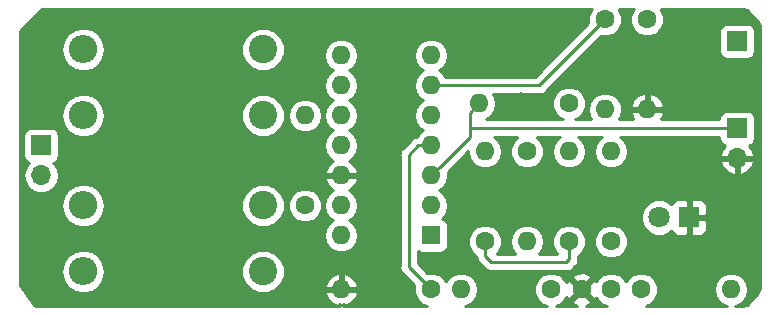
<source format=gbl>
G04 #@! TF.GenerationSoftware,KiCad,Pcbnew,5.0.2-bee76a0~70~ubuntu18.04.1*
G04 #@! TF.CreationDate,2019-03-23T13:43:10-04:00*
G04 #@! TF.ProjectId,linemonitor,6c696e65-6d6f-46e6-9974-6f722e6b6963,rev?*
G04 #@! TF.SameCoordinates,Original*
G04 #@! TF.FileFunction,Copper,L2,Bot*
G04 #@! TF.FilePolarity,Positive*
%FSLAX46Y46*%
G04 Gerber Fmt 4.6, Leading zero omitted, Abs format (unit mm)*
G04 Created by KiCad (PCBNEW 5.0.2-bee76a0~70~ubuntu18.04.1) date Sat 23 Mar 2019 01:43:10 PM EDT*
%MOMM*%
%LPD*%
G01*
G04 APERTURE LIST*
G04 #@! TA.AperFunction,ComponentPad*
%ADD10C,1.600000*%
G04 #@! TD*
G04 #@! TA.AperFunction,ComponentPad*
%ADD11C,2.400000*%
G04 #@! TD*
G04 #@! TA.AperFunction,ComponentPad*
%ADD12O,2.400000X2.400000*%
G04 #@! TD*
G04 #@! TA.AperFunction,ComponentPad*
%ADD13O,1.600000X1.600000*%
G04 #@! TD*
G04 #@! TA.AperFunction,ComponentPad*
%ADD14R,1.600000X1.600000*%
G04 #@! TD*
G04 #@! TA.AperFunction,ComponentPad*
%ADD15R,1.800000X1.800000*%
G04 #@! TD*
G04 #@! TA.AperFunction,ComponentPad*
%ADD16C,1.800000*%
G04 #@! TD*
G04 #@! TA.AperFunction,ComponentPad*
%ADD17R,1.700000X1.700000*%
G04 #@! TD*
G04 #@! TA.AperFunction,ComponentPad*
%ADD18O,1.700000X1.700000*%
G04 #@! TD*
G04 #@! TA.AperFunction,ViaPad*
%ADD19C,0.800000*%
G04 #@! TD*
G04 #@! TA.AperFunction,Conductor*
%ADD20C,0.250000*%
G04 #@! TD*
G04 #@! TA.AperFunction,Conductor*
%ADD21C,0.254000*%
G04 #@! TD*
G04 APERTURE END LIST*
D10*
G04 #@! TO.P,C1,1*
G04 #@! TO.N,Net-(C1-Pad1)*
X116840000Y-110236000D03*
G04 #@! TO.P,C1,2*
G04 #@! TO.N,GNDREF*
X114340000Y-110236000D03*
G04 #@! TD*
D11*
G04 #@! TO.P,R1,1*
G04 #@! TO.N,Net-(R1-Pad1)*
X87376000Y-108712000D03*
D12*
G04 #@! TO.P,R1,2*
G04 #@! TO.N,Net-(J1-Pad2)*
X72136000Y-108712000D03*
G04 #@! TD*
G04 #@! TO.P,R2,2*
G04 #@! TO.N,Net-(R1-Pad1)*
X72136000Y-103124000D03*
D11*
G04 #@! TO.P,R2,1*
G04 #@! TO.N,Net-(R2-Pad1)*
X87376000Y-103124000D03*
G04 #@! TD*
G04 #@! TO.P,R3,1*
G04 #@! TO.N,Net-(R3-Pad1)*
X87376000Y-89916000D03*
D12*
G04 #@! TO.P,R3,2*
G04 #@! TO.N,Net-(J1-Pad1)*
X72136000Y-89916000D03*
G04 #@! TD*
G04 #@! TO.P,R4,2*
G04 #@! TO.N,Net-(R3-Pad1)*
X72136000Y-95504000D03*
D11*
G04 #@! TO.P,R4,1*
G04 #@! TO.N,Net-(R4-Pad1)*
X87376000Y-95504000D03*
G04 #@! TD*
D10*
G04 #@! TO.P,R5,1*
G04 #@! TO.N,Net-(R2-Pad1)*
X90932000Y-103124000D03*
D13*
G04 #@! TO.P,R5,2*
G04 #@! TO.N,Net-(R4-Pad1)*
X90932000Y-95504000D03*
G04 #@! TD*
G04 #@! TO.P,R6,2*
G04 #@! TO.N,Net-(R6-Pad2)*
X106172000Y-98552000D03*
D10*
G04 #@! TO.P,R6,1*
G04 #@! TO.N,Net-(C1-Pad1)*
X106172000Y-106172000D03*
G04 #@! TD*
G04 #@! TO.P,R7,1*
G04 #@! TO.N,Net-(R7-Pad1)*
X119888000Y-87376000D03*
D13*
G04 #@! TO.P,R7,2*
G04 #@! TO.N,GNDREF*
X119888000Y-94996000D03*
G04 #@! TD*
G04 #@! TO.P,R8,2*
G04 #@! TO.N,Net-(R11-Pad1)*
X109728000Y-106172000D03*
D10*
G04 #@! TO.P,R8,1*
G04 #@! TO.N,Net-(R6-Pad2)*
X109728000Y-98552000D03*
G04 #@! TD*
G04 #@! TO.P,R9,1*
G04 #@! TO.N,Net-(R7-Pad1)*
X116332000Y-87376000D03*
D13*
G04 #@! TO.P,R9,2*
G04 #@! TO.N,Net-(R12-Pad2)*
X116332000Y-94996000D03*
G04 #@! TD*
G04 #@! TO.P,R10,2*
G04 #@! TO.N,GNDREF*
X93980000Y-110236000D03*
D10*
G04 #@! TO.P,R10,1*
G04 #@! TO.N,Net-(R10-Pad1)*
X101600000Y-110236000D03*
G04 #@! TD*
D13*
G04 #@! TO.P,R11,2*
G04 #@! TO.N,Net-(R10-Pad1)*
X104140000Y-110236000D03*
D10*
G04 #@! TO.P,R11,1*
G04 #@! TO.N,Net-(R11-Pad1)*
X111760000Y-110236000D03*
G04 #@! TD*
G04 #@! TO.P,R12,1*
G04 #@! TO.N,Net-(R12-Pad1)*
X116840000Y-106172000D03*
D13*
G04 #@! TO.P,R12,2*
G04 #@! TO.N,Net-(R12-Pad2)*
X116840000Y-98552000D03*
G04 #@! TD*
G04 #@! TO.P,R15,2*
G04 #@! TO.N,+3V3*
X105664000Y-94488000D03*
D10*
G04 #@! TO.P,R15,1*
G04 #@! TO.N,Net-(C1-Pad1)*
X113284000Y-94488000D03*
G04 #@! TD*
G04 #@! TO.P,R17,1*
G04 #@! TO.N,Net-(C1-Pad1)*
X113284000Y-106172000D03*
D13*
G04 #@! TO.P,R17,2*
G04 #@! TO.N,Net-(R12-Pad1)*
X113284000Y-98552000D03*
G04 #@! TD*
D14*
G04 #@! TO.P,U2,1*
G04 #@! TO.N,Net-(C1-Pad1)*
X101600000Y-105664000D03*
D13*
G04 #@! TO.P,U2,8*
G04 #@! TO.N,N/C*
X93980000Y-90424000D03*
G04 #@! TO.P,U2,2*
G04 #@! TO.N,Net-(C1-Pad1)*
X101600000Y-103124000D03*
G04 #@! TO.P,U2,9*
G04 #@! TO.N,N/C*
X93980000Y-92964000D03*
G04 #@! TO.P,U2,3*
G04 #@! TO.N,+3V3*
X101600000Y-100584000D03*
G04 #@! TO.P,U2,10*
G04 #@! TO.N,N/C*
X93980000Y-95504000D03*
G04 #@! TO.P,U2,4*
G04 #@! TO.N,Net-(R10-Pad1)*
X101600000Y-98044000D03*
G04 #@! TO.P,U2,11*
G04 #@! TO.N,N/C*
X93980000Y-98044000D03*
G04 #@! TO.P,U2,5*
G04 #@! TO.N,Net-(R12-Pad1)*
X101600000Y-95504000D03*
G04 #@! TO.P,U2,12*
G04 #@! TO.N,GNDREF*
X93980000Y-100584000D03*
G04 #@! TO.P,U2,6*
G04 #@! TO.N,Net-(R7-Pad1)*
X101600000Y-92964000D03*
G04 #@! TO.P,U2,13*
G04 #@! TO.N,N/C*
X93980000Y-103124000D03*
G04 #@! TO.P,U2,7*
G04 #@! TO.N,Net-(R6-Pad2)*
X101600000Y-90424000D03*
G04 #@! TO.P,U2,14*
G04 #@! TO.N,N/C*
X93980000Y-105664000D03*
G04 #@! TD*
D15*
G04 #@! TO.P,D1,1*
G04 #@! TO.N,GNDREF*
X123444000Y-104140000D03*
D16*
G04 #@! TO.P,D1,2*
G04 #@! TO.N,Net-(D1-Pad2)*
X120904000Y-104140000D03*
G04 #@! TD*
D10*
G04 #@! TO.P,R99,1*
G04 #@! TO.N,Net-(C1-Pad1)*
X119380000Y-110236000D03*
D13*
G04 #@! TO.P,R99,2*
G04 #@! TO.N,Net-(D1-Pad2)*
X127000000Y-110236000D03*
G04 #@! TD*
D17*
G04 #@! TO.P,J2,1*
G04 #@! TO.N,Net-(C1-Pad1)*
X127508000Y-89217500D03*
G04 #@! TD*
G04 #@! TO.P,J1,1*
G04 #@! TO.N,Net-(J1-Pad1)*
X68580000Y-98044000D03*
D18*
G04 #@! TO.P,J1,2*
G04 #@! TO.N,Net-(J1-Pad2)*
X68580000Y-100584000D03*
G04 #@! TD*
G04 #@! TO.P,J3,2*
G04 #@! TO.N,GNDREF*
X127508000Y-99123500D03*
D17*
G04 #@! TO.P,J3,1*
G04 #@! TO.N,+3V3*
X127508000Y-96583500D03*
G04 #@! TD*
D19*
G04 #@! TO.N,GNDREF*
X106680000Y-90170000D03*
X109220000Y-91440000D03*
X109220000Y-93980000D03*
X106680000Y-109855000D03*
X98425000Y-109855000D03*
X113030000Y-87884000D03*
X116332000Y-89852500D03*
G04 #@! TD*
D20*
G04 #@! TO.N,Net-(R7-Pad1)*
X110744000Y-92964000D02*
X116332000Y-87376000D01*
X101600000Y-92964000D02*
X110744000Y-92964000D01*
G04 #@! TO.N,Net-(R10-Pad1)*
X99695000Y-108331000D02*
X101600000Y-110236000D01*
X99695000Y-98817630D02*
X99695000Y-108331000D01*
X101600000Y-98044000D02*
X100468630Y-98044000D01*
X100468630Y-98044000D02*
X99695000Y-98817630D01*
G04 #@! TO.N,+3V3*
X104864001Y-97319999D02*
X102399999Y-99784001D01*
X102399999Y-99784001D02*
X101600000Y-100584000D01*
X105664000Y-94488000D02*
X104864001Y-95287999D01*
X104864001Y-96583500D02*
X104864001Y-97319999D01*
X104864001Y-96583500D02*
X127508000Y-96583500D01*
X104864001Y-95287999D02*
X104864001Y-96583500D01*
G04 #@! TO.N,Net-(C1-Pad1)*
X106172000Y-106172000D02*
X106172000Y-107442000D01*
X106172000Y-107442000D02*
X106680000Y-107950000D01*
X106680000Y-107950000D02*
X113030000Y-107950000D01*
X113284000Y-107696000D02*
X113284000Y-106172000D01*
X113030000Y-107950000D02*
X113284000Y-107696000D01*
G04 #@! TD*
D21*
G04 #@! TO.N,GNDREF*
G36*
X118671466Y-86563138D02*
X118453000Y-87090561D01*
X118453000Y-87661439D01*
X118671466Y-88188862D01*
X119075138Y-88592534D01*
X119602561Y-88811000D01*
X120173439Y-88811000D01*
X120700862Y-88592534D01*
X120925896Y-88367500D01*
X126010560Y-88367500D01*
X126010560Y-90067500D01*
X126059843Y-90315265D01*
X126200191Y-90525309D01*
X126410235Y-90665657D01*
X126658000Y-90714940D01*
X128358000Y-90714940D01*
X128605765Y-90665657D01*
X128815809Y-90525309D01*
X128956157Y-90315265D01*
X129005440Y-90067500D01*
X129005440Y-88367500D01*
X128956157Y-88119735D01*
X128815809Y-87909691D01*
X128605765Y-87769343D01*
X128358000Y-87720060D01*
X126658000Y-87720060D01*
X126410235Y-87769343D01*
X126200191Y-87909691D01*
X126059843Y-88119735D01*
X126010560Y-88367500D01*
X120925896Y-88367500D01*
X121104534Y-88188862D01*
X121323000Y-87661439D01*
X121323000Y-87090561D01*
X121104534Y-86563138D01*
X121028396Y-86487000D01*
X128001956Y-86487000D01*
X128088698Y-86497958D01*
X128319886Y-86589492D01*
X129315342Y-87584948D01*
X129370067Y-87701244D01*
X129413000Y-87926307D01*
X129413000Y-110221957D01*
X129402042Y-110308699D01*
X129310509Y-110539885D01*
X128315051Y-111535343D01*
X128198756Y-111590067D01*
X127973693Y-111633000D01*
X127332372Y-111633000D01*
X127559909Y-111587740D01*
X128034577Y-111270577D01*
X128351740Y-110795909D01*
X128463113Y-110236000D01*
X128351740Y-109676091D01*
X128034577Y-109201423D01*
X127559909Y-108884260D01*
X127141333Y-108801000D01*
X126858667Y-108801000D01*
X126440091Y-108884260D01*
X125965423Y-109201423D01*
X125648260Y-109676091D01*
X125536887Y-110236000D01*
X125648260Y-110795909D01*
X125965423Y-111270577D01*
X126440091Y-111587740D01*
X126667628Y-111633000D01*
X119757179Y-111633000D01*
X120192862Y-111452534D01*
X120596534Y-111048862D01*
X120815000Y-110521439D01*
X120815000Y-109950561D01*
X120596534Y-109423138D01*
X120192862Y-109019466D01*
X119665439Y-108801000D01*
X119094561Y-108801000D01*
X118567138Y-109019466D01*
X118163466Y-109423138D01*
X118110000Y-109552216D01*
X118056534Y-109423138D01*
X117652862Y-109019466D01*
X117125439Y-108801000D01*
X116554561Y-108801000D01*
X116027138Y-109019466D01*
X115623466Y-109423138D01*
X115596475Y-109488299D01*
X115593864Y-109481995D01*
X115347745Y-109407861D01*
X114519605Y-110236000D01*
X115347745Y-111064139D01*
X115593864Y-110990005D01*
X115596290Y-110983254D01*
X115623466Y-111048862D01*
X116027138Y-111452534D01*
X116462821Y-111633000D01*
X114748445Y-111633000D01*
X115094005Y-111489864D01*
X115168139Y-111243745D01*
X114340000Y-110415605D01*
X113511861Y-111243745D01*
X113585995Y-111489864D01*
X113984215Y-111633000D01*
X112137179Y-111633000D01*
X112572862Y-111452534D01*
X112976534Y-111048862D01*
X113043525Y-110887132D01*
X113086136Y-110990005D01*
X113332255Y-111064139D01*
X114160395Y-110236000D01*
X113332255Y-109407861D01*
X113086136Y-109481995D01*
X113046542Y-109592151D01*
X112976534Y-109423138D01*
X112781651Y-109228255D01*
X113511861Y-109228255D01*
X114340000Y-110056395D01*
X115168139Y-109228255D01*
X115094005Y-108982136D01*
X114556777Y-108789035D01*
X113986546Y-108816222D01*
X113585995Y-108982136D01*
X113511861Y-109228255D01*
X112781651Y-109228255D01*
X112572862Y-109019466D01*
X112045439Y-108801000D01*
X111474561Y-108801000D01*
X110947138Y-109019466D01*
X110543466Y-109423138D01*
X110325000Y-109950561D01*
X110325000Y-110521439D01*
X110543466Y-111048862D01*
X110947138Y-111452534D01*
X111382821Y-111633000D01*
X104472372Y-111633000D01*
X104699909Y-111587740D01*
X105174577Y-111270577D01*
X105491740Y-110795909D01*
X105603113Y-110236000D01*
X105491740Y-109676091D01*
X105174577Y-109201423D01*
X104699909Y-108884260D01*
X104281333Y-108801000D01*
X103998667Y-108801000D01*
X103580091Y-108884260D01*
X103105423Y-109201423D01*
X102870394Y-109553168D01*
X102816534Y-109423138D01*
X102412862Y-109019466D01*
X101885439Y-108801000D01*
X101314561Y-108801000D01*
X101261698Y-108822897D01*
X100455000Y-108016199D01*
X100455000Y-106997186D01*
X100552235Y-107062157D01*
X100800000Y-107111440D01*
X102400000Y-107111440D01*
X102647765Y-107062157D01*
X102857809Y-106921809D01*
X102998157Y-106711765D01*
X103047440Y-106464000D01*
X103047440Y-105886561D01*
X104737000Y-105886561D01*
X104737000Y-106457439D01*
X104955466Y-106984862D01*
X105359138Y-107388534D01*
X105404047Y-107407136D01*
X105397112Y-107442000D01*
X105456097Y-107738537D01*
X105477689Y-107770851D01*
X105624072Y-107989929D01*
X105687527Y-108032328D01*
X106089672Y-108434475D01*
X106132071Y-108497929D01*
X106195524Y-108540327D01*
X106195526Y-108540329D01*
X106320902Y-108624102D01*
X106383463Y-108665904D01*
X106605148Y-108710000D01*
X106605152Y-108710000D01*
X106679999Y-108724888D01*
X106754846Y-108710000D01*
X112955153Y-108710000D01*
X113030000Y-108724888D01*
X113104847Y-108710000D01*
X113104852Y-108710000D01*
X113326537Y-108665904D01*
X113577929Y-108497929D01*
X113620331Y-108434470D01*
X113768470Y-108286331D01*
X113831929Y-108243929D01*
X113999904Y-107992537D01*
X114044000Y-107770852D01*
X114044000Y-107770848D01*
X114058888Y-107696001D01*
X114044000Y-107621154D01*
X114044000Y-107410430D01*
X114096862Y-107388534D01*
X114500534Y-106984862D01*
X114719000Y-106457439D01*
X114719000Y-105886561D01*
X115405000Y-105886561D01*
X115405000Y-106457439D01*
X115623466Y-106984862D01*
X116027138Y-107388534D01*
X116554561Y-107607000D01*
X117125439Y-107607000D01*
X117652862Y-107388534D01*
X118056534Y-106984862D01*
X118275000Y-106457439D01*
X118275000Y-105886561D01*
X118056534Y-105359138D01*
X117652862Y-104955466D01*
X117125439Y-104737000D01*
X116554561Y-104737000D01*
X116027138Y-104955466D01*
X115623466Y-105359138D01*
X115405000Y-105886561D01*
X114719000Y-105886561D01*
X114500534Y-105359138D01*
X114096862Y-104955466D01*
X113569439Y-104737000D01*
X112998561Y-104737000D01*
X112471138Y-104955466D01*
X112067466Y-105359138D01*
X111849000Y-105886561D01*
X111849000Y-106457439D01*
X112067466Y-106984862D01*
X112272604Y-107190000D01*
X110773653Y-107190000D01*
X111079740Y-106731909D01*
X111191113Y-106172000D01*
X111079740Y-105612091D01*
X110762577Y-105137423D01*
X110287909Y-104820260D01*
X109869333Y-104737000D01*
X109586667Y-104737000D01*
X109168091Y-104820260D01*
X108693423Y-105137423D01*
X108376260Y-105612091D01*
X108264887Y-106172000D01*
X108376260Y-106731909D01*
X108682347Y-107190000D01*
X107183396Y-107190000D01*
X107388534Y-106984862D01*
X107607000Y-106457439D01*
X107607000Y-105886561D01*
X107388534Y-105359138D01*
X106984862Y-104955466D01*
X106457439Y-104737000D01*
X105886561Y-104737000D01*
X105359138Y-104955466D01*
X104955466Y-105359138D01*
X104737000Y-105886561D01*
X103047440Y-105886561D01*
X103047440Y-104864000D01*
X102998157Y-104616235D01*
X102857809Y-104406191D01*
X102647765Y-104265843D01*
X102513894Y-104239215D01*
X102634577Y-104158577D01*
X102851004Y-103834670D01*
X119369000Y-103834670D01*
X119369000Y-104445330D01*
X119602690Y-105009507D01*
X120034493Y-105441310D01*
X120598670Y-105675000D01*
X121209330Y-105675000D01*
X121773507Y-105441310D01*
X121949861Y-105264956D01*
X122005673Y-105399699D01*
X122184302Y-105578327D01*
X122417691Y-105675000D01*
X123158250Y-105675000D01*
X123317000Y-105516250D01*
X123317000Y-104267000D01*
X123571000Y-104267000D01*
X123571000Y-105516250D01*
X123729750Y-105675000D01*
X124470309Y-105675000D01*
X124703698Y-105578327D01*
X124882327Y-105399699D01*
X124979000Y-105166310D01*
X124979000Y-104425750D01*
X124820250Y-104267000D01*
X123571000Y-104267000D01*
X123317000Y-104267000D01*
X123297000Y-104267000D01*
X123297000Y-104013000D01*
X123317000Y-104013000D01*
X123317000Y-102763750D01*
X123571000Y-102763750D01*
X123571000Y-104013000D01*
X124820250Y-104013000D01*
X124979000Y-103854250D01*
X124979000Y-103113690D01*
X124882327Y-102880301D01*
X124703698Y-102701673D01*
X124470309Y-102605000D01*
X123729750Y-102605000D01*
X123571000Y-102763750D01*
X123317000Y-102763750D01*
X123158250Y-102605000D01*
X122417691Y-102605000D01*
X122184302Y-102701673D01*
X122005673Y-102880301D01*
X121949861Y-103015044D01*
X121773507Y-102838690D01*
X121209330Y-102605000D01*
X120598670Y-102605000D01*
X120034493Y-102838690D01*
X119602690Y-103270493D01*
X119369000Y-103834670D01*
X102851004Y-103834670D01*
X102951740Y-103683909D01*
X103063113Y-103124000D01*
X102951740Y-102564091D01*
X102634577Y-102089423D01*
X102282242Y-101854000D01*
X102634577Y-101618577D01*
X102951740Y-101143909D01*
X103063113Y-100584000D01*
X102998688Y-100260113D01*
X104709405Y-98549397D01*
X104708887Y-98552000D01*
X104820260Y-99111909D01*
X105137423Y-99586577D01*
X105612091Y-99903740D01*
X106030667Y-99987000D01*
X106313333Y-99987000D01*
X106731909Y-99903740D01*
X107206577Y-99586577D01*
X107523740Y-99111909D01*
X107635113Y-98552000D01*
X107523740Y-97992091D01*
X107206577Y-97517423D01*
X106946283Y-97343500D01*
X108907104Y-97343500D01*
X108511466Y-97739138D01*
X108293000Y-98266561D01*
X108293000Y-98837439D01*
X108511466Y-99364862D01*
X108915138Y-99768534D01*
X109442561Y-99987000D01*
X110013439Y-99987000D01*
X110540862Y-99768534D01*
X110944534Y-99364862D01*
X111163000Y-98837439D01*
X111163000Y-98266561D01*
X110944534Y-97739138D01*
X110548896Y-97343500D01*
X112509717Y-97343500D01*
X112249423Y-97517423D01*
X111932260Y-97992091D01*
X111820887Y-98552000D01*
X111932260Y-99111909D01*
X112249423Y-99586577D01*
X112724091Y-99903740D01*
X113142667Y-99987000D01*
X113425333Y-99987000D01*
X113843909Y-99903740D01*
X114318577Y-99586577D01*
X114635740Y-99111909D01*
X114747113Y-98552000D01*
X114635740Y-97992091D01*
X114318577Y-97517423D01*
X114058283Y-97343500D01*
X116065717Y-97343500D01*
X115805423Y-97517423D01*
X115488260Y-97992091D01*
X115376887Y-98552000D01*
X115488260Y-99111909D01*
X115805423Y-99586577D01*
X116280091Y-99903740D01*
X116698667Y-99987000D01*
X116981333Y-99987000D01*
X117399909Y-99903740D01*
X117874577Y-99586577D01*
X117945528Y-99480390D01*
X126066524Y-99480390D01*
X126236355Y-99890424D01*
X126626642Y-100318683D01*
X127151108Y-100564986D01*
X127381000Y-100444319D01*
X127381000Y-99250500D01*
X127635000Y-99250500D01*
X127635000Y-100444319D01*
X127864892Y-100564986D01*
X128389358Y-100318683D01*
X128779645Y-99890424D01*
X128949476Y-99480390D01*
X128828155Y-99250500D01*
X127635000Y-99250500D01*
X127381000Y-99250500D01*
X126187845Y-99250500D01*
X126066524Y-99480390D01*
X117945528Y-99480390D01*
X118191740Y-99111909D01*
X118303113Y-98552000D01*
X118191740Y-97992091D01*
X117874577Y-97517423D01*
X117614283Y-97343500D01*
X126010560Y-97343500D01*
X126010560Y-97433500D01*
X126059843Y-97681265D01*
X126200191Y-97891309D01*
X126410235Y-98031657D01*
X126513708Y-98052239D01*
X126236355Y-98356576D01*
X126066524Y-98766610D01*
X126187845Y-98996500D01*
X127381000Y-98996500D01*
X127381000Y-98976500D01*
X127635000Y-98976500D01*
X127635000Y-98996500D01*
X128828155Y-98996500D01*
X128949476Y-98766610D01*
X128779645Y-98356576D01*
X128502292Y-98052239D01*
X128605765Y-98031657D01*
X128815809Y-97891309D01*
X128956157Y-97681265D01*
X129005440Y-97433500D01*
X129005440Y-95733500D01*
X128956157Y-95485735D01*
X128815809Y-95275691D01*
X128605765Y-95135343D01*
X128358000Y-95086060D01*
X126658000Y-95086060D01*
X126410235Y-95135343D01*
X126200191Y-95275691D01*
X126059843Y-95485735D01*
X126010560Y-95733500D01*
X126010560Y-95823500D01*
X121053468Y-95823500D01*
X121279914Y-95345041D01*
X121158629Y-95123000D01*
X120015000Y-95123000D01*
X120015000Y-95143000D01*
X119761000Y-95143000D01*
X119761000Y-95123000D01*
X118617371Y-95123000D01*
X118496086Y-95345041D01*
X118722532Y-95823500D01*
X117504941Y-95823500D01*
X117683740Y-95555909D01*
X117795113Y-94996000D01*
X117725685Y-94646959D01*
X118496086Y-94646959D01*
X118617371Y-94869000D01*
X119761000Y-94869000D01*
X119761000Y-93726085D01*
X120015000Y-93726085D01*
X120015000Y-94869000D01*
X121158629Y-94869000D01*
X121279914Y-94646959D01*
X121040389Y-94140866D01*
X120625423Y-93764959D01*
X120237039Y-93604096D01*
X120015000Y-93726085D01*
X119761000Y-93726085D01*
X119538961Y-93604096D01*
X119150577Y-93764959D01*
X118735611Y-94140866D01*
X118496086Y-94646959D01*
X117725685Y-94646959D01*
X117683740Y-94436091D01*
X117366577Y-93961423D01*
X116891909Y-93644260D01*
X116473333Y-93561000D01*
X116190667Y-93561000D01*
X115772091Y-93644260D01*
X115297423Y-93961423D01*
X114980260Y-94436091D01*
X114868887Y-94996000D01*
X114980260Y-95555909D01*
X115159059Y-95823500D01*
X113809653Y-95823500D01*
X114096862Y-95704534D01*
X114500534Y-95300862D01*
X114719000Y-94773439D01*
X114719000Y-94202561D01*
X114500534Y-93675138D01*
X114096862Y-93271466D01*
X113569439Y-93053000D01*
X112998561Y-93053000D01*
X112471138Y-93271466D01*
X112067466Y-93675138D01*
X111849000Y-94202561D01*
X111849000Y-94773439D01*
X112067466Y-95300862D01*
X112471138Y-95704534D01*
X112758347Y-95823500D01*
X106248214Y-95823500D01*
X106698577Y-95522577D01*
X107015740Y-95047909D01*
X107127113Y-94488000D01*
X107015740Y-93928091D01*
X106879371Y-93724000D01*
X110669153Y-93724000D01*
X110744000Y-93738888D01*
X110818847Y-93724000D01*
X110818852Y-93724000D01*
X111040537Y-93679904D01*
X111291929Y-93511929D01*
X111334331Y-93448470D01*
X115993699Y-88789104D01*
X116046561Y-88811000D01*
X116617439Y-88811000D01*
X117144862Y-88592534D01*
X117548534Y-88188862D01*
X117767000Y-87661439D01*
X117767000Y-87090561D01*
X117548534Y-86563138D01*
X117472396Y-86487000D01*
X118747604Y-86487000D01*
X118671466Y-86563138D01*
X118671466Y-86563138D01*
G37*
X118671466Y-86563138D02*
X118453000Y-87090561D01*
X118453000Y-87661439D01*
X118671466Y-88188862D01*
X119075138Y-88592534D01*
X119602561Y-88811000D01*
X120173439Y-88811000D01*
X120700862Y-88592534D01*
X120925896Y-88367500D01*
X126010560Y-88367500D01*
X126010560Y-90067500D01*
X126059843Y-90315265D01*
X126200191Y-90525309D01*
X126410235Y-90665657D01*
X126658000Y-90714940D01*
X128358000Y-90714940D01*
X128605765Y-90665657D01*
X128815809Y-90525309D01*
X128956157Y-90315265D01*
X129005440Y-90067500D01*
X129005440Y-88367500D01*
X128956157Y-88119735D01*
X128815809Y-87909691D01*
X128605765Y-87769343D01*
X128358000Y-87720060D01*
X126658000Y-87720060D01*
X126410235Y-87769343D01*
X126200191Y-87909691D01*
X126059843Y-88119735D01*
X126010560Y-88367500D01*
X120925896Y-88367500D01*
X121104534Y-88188862D01*
X121323000Y-87661439D01*
X121323000Y-87090561D01*
X121104534Y-86563138D01*
X121028396Y-86487000D01*
X128001956Y-86487000D01*
X128088698Y-86497958D01*
X128319886Y-86589492D01*
X129315342Y-87584948D01*
X129370067Y-87701244D01*
X129413000Y-87926307D01*
X129413000Y-110221957D01*
X129402042Y-110308699D01*
X129310509Y-110539885D01*
X128315051Y-111535343D01*
X128198756Y-111590067D01*
X127973693Y-111633000D01*
X127332372Y-111633000D01*
X127559909Y-111587740D01*
X128034577Y-111270577D01*
X128351740Y-110795909D01*
X128463113Y-110236000D01*
X128351740Y-109676091D01*
X128034577Y-109201423D01*
X127559909Y-108884260D01*
X127141333Y-108801000D01*
X126858667Y-108801000D01*
X126440091Y-108884260D01*
X125965423Y-109201423D01*
X125648260Y-109676091D01*
X125536887Y-110236000D01*
X125648260Y-110795909D01*
X125965423Y-111270577D01*
X126440091Y-111587740D01*
X126667628Y-111633000D01*
X119757179Y-111633000D01*
X120192862Y-111452534D01*
X120596534Y-111048862D01*
X120815000Y-110521439D01*
X120815000Y-109950561D01*
X120596534Y-109423138D01*
X120192862Y-109019466D01*
X119665439Y-108801000D01*
X119094561Y-108801000D01*
X118567138Y-109019466D01*
X118163466Y-109423138D01*
X118110000Y-109552216D01*
X118056534Y-109423138D01*
X117652862Y-109019466D01*
X117125439Y-108801000D01*
X116554561Y-108801000D01*
X116027138Y-109019466D01*
X115623466Y-109423138D01*
X115596475Y-109488299D01*
X115593864Y-109481995D01*
X115347745Y-109407861D01*
X114519605Y-110236000D01*
X115347745Y-111064139D01*
X115593864Y-110990005D01*
X115596290Y-110983254D01*
X115623466Y-111048862D01*
X116027138Y-111452534D01*
X116462821Y-111633000D01*
X114748445Y-111633000D01*
X115094005Y-111489864D01*
X115168139Y-111243745D01*
X114340000Y-110415605D01*
X113511861Y-111243745D01*
X113585995Y-111489864D01*
X113984215Y-111633000D01*
X112137179Y-111633000D01*
X112572862Y-111452534D01*
X112976534Y-111048862D01*
X113043525Y-110887132D01*
X113086136Y-110990005D01*
X113332255Y-111064139D01*
X114160395Y-110236000D01*
X113332255Y-109407861D01*
X113086136Y-109481995D01*
X113046542Y-109592151D01*
X112976534Y-109423138D01*
X112781651Y-109228255D01*
X113511861Y-109228255D01*
X114340000Y-110056395D01*
X115168139Y-109228255D01*
X115094005Y-108982136D01*
X114556777Y-108789035D01*
X113986546Y-108816222D01*
X113585995Y-108982136D01*
X113511861Y-109228255D01*
X112781651Y-109228255D01*
X112572862Y-109019466D01*
X112045439Y-108801000D01*
X111474561Y-108801000D01*
X110947138Y-109019466D01*
X110543466Y-109423138D01*
X110325000Y-109950561D01*
X110325000Y-110521439D01*
X110543466Y-111048862D01*
X110947138Y-111452534D01*
X111382821Y-111633000D01*
X104472372Y-111633000D01*
X104699909Y-111587740D01*
X105174577Y-111270577D01*
X105491740Y-110795909D01*
X105603113Y-110236000D01*
X105491740Y-109676091D01*
X105174577Y-109201423D01*
X104699909Y-108884260D01*
X104281333Y-108801000D01*
X103998667Y-108801000D01*
X103580091Y-108884260D01*
X103105423Y-109201423D01*
X102870394Y-109553168D01*
X102816534Y-109423138D01*
X102412862Y-109019466D01*
X101885439Y-108801000D01*
X101314561Y-108801000D01*
X101261698Y-108822897D01*
X100455000Y-108016199D01*
X100455000Y-106997186D01*
X100552235Y-107062157D01*
X100800000Y-107111440D01*
X102400000Y-107111440D01*
X102647765Y-107062157D01*
X102857809Y-106921809D01*
X102998157Y-106711765D01*
X103047440Y-106464000D01*
X103047440Y-105886561D01*
X104737000Y-105886561D01*
X104737000Y-106457439D01*
X104955466Y-106984862D01*
X105359138Y-107388534D01*
X105404047Y-107407136D01*
X105397112Y-107442000D01*
X105456097Y-107738537D01*
X105477689Y-107770851D01*
X105624072Y-107989929D01*
X105687527Y-108032328D01*
X106089672Y-108434475D01*
X106132071Y-108497929D01*
X106195524Y-108540327D01*
X106195526Y-108540329D01*
X106320902Y-108624102D01*
X106383463Y-108665904D01*
X106605148Y-108710000D01*
X106605152Y-108710000D01*
X106679999Y-108724888D01*
X106754846Y-108710000D01*
X112955153Y-108710000D01*
X113030000Y-108724888D01*
X113104847Y-108710000D01*
X113104852Y-108710000D01*
X113326537Y-108665904D01*
X113577929Y-108497929D01*
X113620331Y-108434470D01*
X113768470Y-108286331D01*
X113831929Y-108243929D01*
X113999904Y-107992537D01*
X114044000Y-107770852D01*
X114044000Y-107770848D01*
X114058888Y-107696001D01*
X114044000Y-107621154D01*
X114044000Y-107410430D01*
X114096862Y-107388534D01*
X114500534Y-106984862D01*
X114719000Y-106457439D01*
X114719000Y-105886561D01*
X115405000Y-105886561D01*
X115405000Y-106457439D01*
X115623466Y-106984862D01*
X116027138Y-107388534D01*
X116554561Y-107607000D01*
X117125439Y-107607000D01*
X117652862Y-107388534D01*
X118056534Y-106984862D01*
X118275000Y-106457439D01*
X118275000Y-105886561D01*
X118056534Y-105359138D01*
X117652862Y-104955466D01*
X117125439Y-104737000D01*
X116554561Y-104737000D01*
X116027138Y-104955466D01*
X115623466Y-105359138D01*
X115405000Y-105886561D01*
X114719000Y-105886561D01*
X114500534Y-105359138D01*
X114096862Y-104955466D01*
X113569439Y-104737000D01*
X112998561Y-104737000D01*
X112471138Y-104955466D01*
X112067466Y-105359138D01*
X111849000Y-105886561D01*
X111849000Y-106457439D01*
X112067466Y-106984862D01*
X112272604Y-107190000D01*
X110773653Y-107190000D01*
X111079740Y-106731909D01*
X111191113Y-106172000D01*
X111079740Y-105612091D01*
X110762577Y-105137423D01*
X110287909Y-104820260D01*
X109869333Y-104737000D01*
X109586667Y-104737000D01*
X109168091Y-104820260D01*
X108693423Y-105137423D01*
X108376260Y-105612091D01*
X108264887Y-106172000D01*
X108376260Y-106731909D01*
X108682347Y-107190000D01*
X107183396Y-107190000D01*
X107388534Y-106984862D01*
X107607000Y-106457439D01*
X107607000Y-105886561D01*
X107388534Y-105359138D01*
X106984862Y-104955466D01*
X106457439Y-104737000D01*
X105886561Y-104737000D01*
X105359138Y-104955466D01*
X104955466Y-105359138D01*
X104737000Y-105886561D01*
X103047440Y-105886561D01*
X103047440Y-104864000D01*
X102998157Y-104616235D01*
X102857809Y-104406191D01*
X102647765Y-104265843D01*
X102513894Y-104239215D01*
X102634577Y-104158577D01*
X102851004Y-103834670D01*
X119369000Y-103834670D01*
X119369000Y-104445330D01*
X119602690Y-105009507D01*
X120034493Y-105441310D01*
X120598670Y-105675000D01*
X121209330Y-105675000D01*
X121773507Y-105441310D01*
X121949861Y-105264956D01*
X122005673Y-105399699D01*
X122184302Y-105578327D01*
X122417691Y-105675000D01*
X123158250Y-105675000D01*
X123317000Y-105516250D01*
X123317000Y-104267000D01*
X123571000Y-104267000D01*
X123571000Y-105516250D01*
X123729750Y-105675000D01*
X124470309Y-105675000D01*
X124703698Y-105578327D01*
X124882327Y-105399699D01*
X124979000Y-105166310D01*
X124979000Y-104425750D01*
X124820250Y-104267000D01*
X123571000Y-104267000D01*
X123317000Y-104267000D01*
X123297000Y-104267000D01*
X123297000Y-104013000D01*
X123317000Y-104013000D01*
X123317000Y-102763750D01*
X123571000Y-102763750D01*
X123571000Y-104013000D01*
X124820250Y-104013000D01*
X124979000Y-103854250D01*
X124979000Y-103113690D01*
X124882327Y-102880301D01*
X124703698Y-102701673D01*
X124470309Y-102605000D01*
X123729750Y-102605000D01*
X123571000Y-102763750D01*
X123317000Y-102763750D01*
X123158250Y-102605000D01*
X122417691Y-102605000D01*
X122184302Y-102701673D01*
X122005673Y-102880301D01*
X121949861Y-103015044D01*
X121773507Y-102838690D01*
X121209330Y-102605000D01*
X120598670Y-102605000D01*
X120034493Y-102838690D01*
X119602690Y-103270493D01*
X119369000Y-103834670D01*
X102851004Y-103834670D01*
X102951740Y-103683909D01*
X103063113Y-103124000D01*
X102951740Y-102564091D01*
X102634577Y-102089423D01*
X102282242Y-101854000D01*
X102634577Y-101618577D01*
X102951740Y-101143909D01*
X103063113Y-100584000D01*
X102998688Y-100260113D01*
X104709405Y-98549397D01*
X104708887Y-98552000D01*
X104820260Y-99111909D01*
X105137423Y-99586577D01*
X105612091Y-99903740D01*
X106030667Y-99987000D01*
X106313333Y-99987000D01*
X106731909Y-99903740D01*
X107206577Y-99586577D01*
X107523740Y-99111909D01*
X107635113Y-98552000D01*
X107523740Y-97992091D01*
X107206577Y-97517423D01*
X106946283Y-97343500D01*
X108907104Y-97343500D01*
X108511466Y-97739138D01*
X108293000Y-98266561D01*
X108293000Y-98837439D01*
X108511466Y-99364862D01*
X108915138Y-99768534D01*
X109442561Y-99987000D01*
X110013439Y-99987000D01*
X110540862Y-99768534D01*
X110944534Y-99364862D01*
X111163000Y-98837439D01*
X111163000Y-98266561D01*
X110944534Y-97739138D01*
X110548896Y-97343500D01*
X112509717Y-97343500D01*
X112249423Y-97517423D01*
X111932260Y-97992091D01*
X111820887Y-98552000D01*
X111932260Y-99111909D01*
X112249423Y-99586577D01*
X112724091Y-99903740D01*
X113142667Y-99987000D01*
X113425333Y-99987000D01*
X113843909Y-99903740D01*
X114318577Y-99586577D01*
X114635740Y-99111909D01*
X114747113Y-98552000D01*
X114635740Y-97992091D01*
X114318577Y-97517423D01*
X114058283Y-97343500D01*
X116065717Y-97343500D01*
X115805423Y-97517423D01*
X115488260Y-97992091D01*
X115376887Y-98552000D01*
X115488260Y-99111909D01*
X115805423Y-99586577D01*
X116280091Y-99903740D01*
X116698667Y-99987000D01*
X116981333Y-99987000D01*
X117399909Y-99903740D01*
X117874577Y-99586577D01*
X117945528Y-99480390D01*
X126066524Y-99480390D01*
X126236355Y-99890424D01*
X126626642Y-100318683D01*
X127151108Y-100564986D01*
X127381000Y-100444319D01*
X127381000Y-99250500D01*
X127635000Y-99250500D01*
X127635000Y-100444319D01*
X127864892Y-100564986D01*
X128389358Y-100318683D01*
X128779645Y-99890424D01*
X128949476Y-99480390D01*
X128828155Y-99250500D01*
X127635000Y-99250500D01*
X127381000Y-99250500D01*
X126187845Y-99250500D01*
X126066524Y-99480390D01*
X117945528Y-99480390D01*
X118191740Y-99111909D01*
X118303113Y-98552000D01*
X118191740Y-97992091D01*
X117874577Y-97517423D01*
X117614283Y-97343500D01*
X126010560Y-97343500D01*
X126010560Y-97433500D01*
X126059843Y-97681265D01*
X126200191Y-97891309D01*
X126410235Y-98031657D01*
X126513708Y-98052239D01*
X126236355Y-98356576D01*
X126066524Y-98766610D01*
X126187845Y-98996500D01*
X127381000Y-98996500D01*
X127381000Y-98976500D01*
X127635000Y-98976500D01*
X127635000Y-98996500D01*
X128828155Y-98996500D01*
X128949476Y-98766610D01*
X128779645Y-98356576D01*
X128502292Y-98052239D01*
X128605765Y-98031657D01*
X128815809Y-97891309D01*
X128956157Y-97681265D01*
X129005440Y-97433500D01*
X129005440Y-95733500D01*
X128956157Y-95485735D01*
X128815809Y-95275691D01*
X128605765Y-95135343D01*
X128358000Y-95086060D01*
X126658000Y-95086060D01*
X126410235Y-95135343D01*
X126200191Y-95275691D01*
X126059843Y-95485735D01*
X126010560Y-95733500D01*
X126010560Y-95823500D01*
X121053468Y-95823500D01*
X121279914Y-95345041D01*
X121158629Y-95123000D01*
X120015000Y-95123000D01*
X120015000Y-95143000D01*
X119761000Y-95143000D01*
X119761000Y-95123000D01*
X118617371Y-95123000D01*
X118496086Y-95345041D01*
X118722532Y-95823500D01*
X117504941Y-95823500D01*
X117683740Y-95555909D01*
X117795113Y-94996000D01*
X117725685Y-94646959D01*
X118496086Y-94646959D01*
X118617371Y-94869000D01*
X119761000Y-94869000D01*
X119761000Y-93726085D01*
X120015000Y-93726085D01*
X120015000Y-94869000D01*
X121158629Y-94869000D01*
X121279914Y-94646959D01*
X121040389Y-94140866D01*
X120625423Y-93764959D01*
X120237039Y-93604096D01*
X120015000Y-93726085D01*
X119761000Y-93726085D01*
X119538961Y-93604096D01*
X119150577Y-93764959D01*
X118735611Y-94140866D01*
X118496086Y-94646959D01*
X117725685Y-94646959D01*
X117683740Y-94436091D01*
X117366577Y-93961423D01*
X116891909Y-93644260D01*
X116473333Y-93561000D01*
X116190667Y-93561000D01*
X115772091Y-93644260D01*
X115297423Y-93961423D01*
X114980260Y-94436091D01*
X114868887Y-94996000D01*
X114980260Y-95555909D01*
X115159059Y-95823500D01*
X113809653Y-95823500D01*
X114096862Y-95704534D01*
X114500534Y-95300862D01*
X114719000Y-94773439D01*
X114719000Y-94202561D01*
X114500534Y-93675138D01*
X114096862Y-93271466D01*
X113569439Y-93053000D01*
X112998561Y-93053000D01*
X112471138Y-93271466D01*
X112067466Y-93675138D01*
X111849000Y-94202561D01*
X111849000Y-94773439D01*
X112067466Y-95300862D01*
X112471138Y-95704534D01*
X112758347Y-95823500D01*
X106248214Y-95823500D01*
X106698577Y-95522577D01*
X107015740Y-95047909D01*
X107127113Y-94488000D01*
X107015740Y-93928091D01*
X106879371Y-93724000D01*
X110669153Y-93724000D01*
X110744000Y-93738888D01*
X110818847Y-93724000D01*
X110818852Y-93724000D01*
X111040537Y-93679904D01*
X111291929Y-93511929D01*
X111334331Y-93448470D01*
X115993699Y-88789104D01*
X116046561Y-88811000D01*
X116617439Y-88811000D01*
X117144862Y-88592534D01*
X117548534Y-88188862D01*
X117767000Y-87661439D01*
X117767000Y-87090561D01*
X117548534Y-86563138D01*
X117472396Y-86487000D01*
X118747604Y-86487000D01*
X118671466Y-86563138D01*
G36*
X115115466Y-86563138D02*
X114897000Y-87090561D01*
X114897000Y-87661439D01*
X114918896Y-87714301D01*
X110429199Y-92204000D01*
X102818043Y-92204000D01*
X102634577Y-91929423D01*
X102282242Y-91694000D01*
X102634577Y-91458577D01*
X102951740Y-90983909D01*
X103063113Y-90424000D01*
X102951740Y-89864091D01*
X102634577Y-89389423D01*
X102159909Y-89072260D01*
X101741333Y-88989000D01*
X101458667Y-88989000D01*
X101040091Y-89072260D01*
X100565423Y-89389423D01*
X100248260Y-89864091D01*
X100136887Y-90424000D01*
X100248260Y-90983909D01*
X100565423Y-91458577D01*
X100917758Y-91694000D01*
X100565423Y-91929423D01*
X100248260Y-92404091D01*
X100136887Y-92964000D01*
X100248260Y-93523909D01*
X100565423Y-93998577D01*
X100917758Y-94234000D01*
X100565423Y-94469423D01*
X100248260Y-94944091D01*
X100136887Y-95504000D01*
X100248260Y-96063909D01*
X100565423Y-96538577D01*
X100917758Y-96774000D01*
X100565423Y-97009423D01*
X100380145Y-97286712D01*
X100172093Y-97328096D01*
X99920701Y-97496071D01*
X99878301Y-97559527D01*
X99210530Y-98227299D01*
X99147071Y-98269701D01*
X98979096Y-98521094D01*
X98935000Y-98742779D01*
X98935000Y-98742783D01*
X98920112Y-98817630D01*
X98935000Y-98892477D01*
X98935001Y-108256148D01*
X98920112Y-108331000D01*
X98979097Y-108627537D01*
X99087007Y-108789035D01*
X99147072Y-108878929D01*
X99210528Y-108921329D01*
X100186897Y-109897698D01*
X100165000Y-109950561D01*
X100165000Y-110521439D01*
X100383466Y-111048862D01*
X100787138Y-111452534D01*
X101222821Y-111633000D01*
X94107002Y-111633000D01*
X94107002Y-111506630D01*
X94329041Y-111627914D01*
X94835134Y-111388389D01*
X95211041Y-110973423D01*
X95371904Y-110585039D01*
X95249915Y-110363000D01*
X94107000Y-110363000D01*
X94107000Y-110383000D01*
X93853000Y-110383000D01*
X93853000Y-110363000D01*
X92710085Y-110363000D01*
X92588096Y-110585039D01*
X92748959Y-110973423D01*
X93124866Y-111388389D01*
X93630959Y-111627914D01*
X93852998Y-111506630D01*
X93852998Y-111633000D01*
X68213043Y-111633000D01*
X68126301Y-111622042D01*
X67962401Y-111557149D01*
X66802000Y-109816548D01*
X66802000Y-108712000D01*
X70265051Y-108712000D01*
X70407469Y-109427981D01*
X70813039Y-110034961D01*
X71420019Y-110440531D01*
X71955273Y-110547000D01*
X72316727Y-110547000D01*
X72851981Y-110440531D01*
X73458961Y-110034961D01*
X73864531Y-109427981D01*
X74006949Y-108712000D01*
X73934345Y-108346996D01*
X85541000Y-108346996D01*
X85541000Y-109077004D01*
X85820362Y-109751444D01*
X86336556Y-110267638D01*
X87010996Y-110547000D01*
X87741004Y-110547000D01*
X88415444Y-110267638D01*
X88796121Y-109886961D01*
X92588096Y-109886961D01*
X92710085Y-110109000D01*
X93853000Y-110109000D01*
X93853000Y-108965371D01*
X94107000Y-108965371D01*
X94107000Y-110109000D01*
X95249915Y-110109000D01*
X95371904Y-109886961D01*
X95211041Y-109498577D01*
X94835134Y-109083611D01*
X94329041Y-108844086D01*
X94107000Y-108965371D01*
X93853000Y-108965371D01*
X93630959Y-108844086D01*
X93124866Y-109083611D01*
X92748959Y-109498577D01*
X92588096Y-109886961D01*
X88796121Y-109886961D01*
X88931638Y-109751444D01*
X89211000Y-109077004D01*
X89211000Y-108346996D01*
X88931638Y-107672556D01*
X88415444Y-107156362D01*
X87741004Y-106877000D01*
X87010996Y-106877000D01*
X86336556Y-107156362D01*
X85820362Y-107672556D01*
X85541000Y-108346996D01*
X73934345Y-108346996D01*
X73864531Y-107996019D01*
X73458961Y-107389039D01*
X72851981Y-106983469D01*
X72316727Y-106877000D01*
X71955273Y-106877000D01*
X71420019Y-106983469D01*
X70813039Y-107389039D01*
X70407469Y-107996019D01*
X70265051Y-108712000D01*
X66802000Y-108712000D01*
X66802000Y-103124000D01*
X70265051Y-103124000D01*
X70407469Y-103839981D01*
X70813039Y-104446961D01*
X71420019Y-104852531D01*
X71955273Y-104959000D01*
X72316727Y-104959000D01*
X72851981Y-104852531D01*
X73458961Y-104446961D01*
X73864531Y-103839981D01*
X74006949Y-103124000D01*
X73934345Y-102758996D01*
X85541000Y-102758996D01*
X85541000Y-103489004D01*
X85820362Y-104163444D01*
X86336556Y-104679638D01*
X87010996Y-104959000D01*
X87741004Y-104959000D01*
X88415444Y-104679638D01*
X88931638Y-104163444D01*
X89211000Y-103489004D01*
X89211000Y-102838561D01*
X89497000Y-102838561D01*
X89497000Y-103409439D01*
X89715466Y-103936862D01*
X90119138Y-104340534D01*
X90646561Y-104559000D01*
X91217439Y-104559000D01*
X91744862Y-104340534D01*
X92148534Y-103936862D01*
X92367000Y-103409439D01*
X92367000Y-103124000D01*
X92516887Y-103124000D01*
X92628260Y-103683909D01*
X92945423Y-104158577D01*
X93297758Y-104394000D01*
X92945423Y-104629423D01*
X92628260Y-105104091D01*
X92516887Y-105664000D01*
X92628260Y-106223909D01*
X92945423Y-106698577D01*
X93420091Y-107015740D01*
X93838667Y-107099000D01*
X94121333Y-107099000D01*
X94539909Y-107015740D01*
X95014577Y-106698577D01*
X95331740Y-106223909D01*
X95443113Y-105664000D01*
X95331740Y-105104091D01*
X95014577Y-104629423D01*
X94662242Y-104394000D01*
X95014577Y-104158577D01*
X95331740Y-103683909D01*
X95443113Y-103124000D01*
X95331740Y-102564091D01*
X95014577Y-102089423D01*
X94630892Y-101833053D01*
X94835134Y-101736389D01*
X95211041Y-101321423D01*
X95371904Y-100933039D01*
X95249915Y-100711000D01*
X94107000Y-100711000D01*
X94107000Y-100731000D01*
X93853000Y-100731000D01*
X93853000Y-100711000D01*
X92710085Y-100711000D01*
X92588096Y-100933039D01*
X92748959Y-101321423D01*
X93124866Y-101736389D01*
X93329108Y-101833053D01*
X92945423Y-102089423D01*
X92628260Y-102564091D01*
X92516887Y-103124000D01*
X92367000Y-103124000D01*
X92367000Y-102838561D01*
X92148534Y-102311138D01*
X91744862Y-101907466D01*
X91217439Y-101689000D01*
X90646561Y-101689000D01*
X90119138Y-101907466D01*
X89715466Y-102311138D01*
X89497000Y-102838561D01*
X89211000Y-102838561D01*
X89211000Y-102758996D01*
X88931638Y-102084556D01*
X88415444Y-101568362D01*
X87741004Y-101289000D01*
X87010996Y-101289000D01*
X86336556Y-101568362D01*
X85820362Y-102084556D01*
X85541000Y-102758996D01*
X73934345Y-102758996D01*
X73864531Y-102408019D01*
X73458961Y-101801039D01*
X72851981Y-101395469D01*
X72316727Y-101289000D01*
X71955273Y-101289000D01*
X71420019Y-101395469D01*
X70813039Y-101801039D01*
X70407469Y-102408019D01*
X70265051Y-103124000D01*
X66802000Y-103124000D01*
X66802000Y-100584000D01*
X67065908Y-100584000D01*
X67181161Y-101163418D01*
X67509375Y-101654625D01*
X68000582Y-101982839D01*
X68433744Y-102069000D01*
X68726256Y-102069000D01*
X69159418Y-101982839D01*
X69650625Y-101654625D01*
X69978839Y-101163418D01*
X70094092Y-100584000D01*
X69978839Y-100004582D01*
X69650625Y-99513375D01*
X69632381Y-99501184D01*
X69677765Y-99492157D01*
X69887809Y-99351809D01*
X70028157Y-99141765D01*
X70077440Y-98894000D01*
X70077440Y-97194000D01*
X70028157Y-96946235D01*
X69887809Y-96736191D01*
X69677765Y-96595843D01*
X69430000Y-96546560D01*
X67730000Y-96546560D01*
X67482235Y-96595843D01*
X67272191Y-96736191D01*
X67131843Y-96946235D01*
X67082560Y-97194000D01*
X67082560Y-98894000D01*
X67131843Y-99141765D01*
X67272191Y-99351809D01*
X67482235Y-99492157D01*
X67527619Y-99501184D01*
X67509375Y-99513375D01*
X67181161Y-100004582D01*
X67065908Y-100584000D01*
X66802000Y-100584000D01*
X66802000Y-95504000D01*
X70265051Y-95504000D01*
X70407469Y-96219981D01*
X70813039Y-96826961D01*
X71420019Y-97232531D01*
X71955273Y-97339000D01*
X72316727Y-97339000D01*
X72851981Y-97232531D01*
X73458961Y-96826961D01*
X73864531Y-96219981D01*
X74006949Y-95504000D01*
X73934345Y-95138996D01*
X85541000Y-95138996D01*
X85541000Y-95869004D01*
X85820362Y-96543444D01*
X86336556Y-97059638D01*
X87010996Y-97339000D01*
X87741004Y-97339000D01*
X88415444Y-97059638D01*
X88931638Y-96543444D01*
X89211000Y-95869004D01*
X89211000Y-95504000D01*
X89468887Y-95504000D01*
X89580260Y-96063909D01*
X89897423Y-96538577D01*
X90372091Y-96855740D01*
X90790667Y-96939000D01*
X91073333Y-96939000D01*
X91491909Y-96855740D01*
X91966577Y-96538577D01*
X92283740Y-96063909D01*
X92395113Y-95504000D01*
X92283740Y-94944091D01*
X91966577Y-94469423D01*
X91491909Y-94152260D01*
X91073333Y-94069000D01*
X90790667Y-94069000D01*
X90372091Y-94152260D01*
X89897423Y-94469423D01*
X89580260Y-94944091D01*
X89468887Y-95504000D01*
X89211000Y-95504000D01*
X89211000Y-95138996D01*
X88931638Y-94464556D01*
X88415444Y-93948362D01*
X87741004Y-93669000D01*
X87010996Y-93669000D01*
X86336556Y-93948362D01*
X85820362Y-94464556D01*
X85541000Y-95138996D01*
X73934345Y-95138996D01*
X73864531Y-94788019D01*
X73458961Y-94181039D01*
X72851981Y-93775469D01*
X72316727Y-93669000D01*
X71955273Y-93669000D01*
X71420019Y-93775469D01*
X70813039Y-94181039D01*
X70407469Y-94788019D01*
X70265051Y-95504000D01*
X66802000Y-95504000D01*
X66802000Y-89916000D01*
X70265051Y-89916000D01*
X70407469Y-90631981D01*
X70813039Y-91238961D01*
X71420019Y-91644531D01*
X71955273Y-91751000D01*
X72316727Y-91751000D01*
X72851981Y-91644531D01*
X73458961Y-91238961D01*
X73864531Y-90631981D01*
X74006949Y-89916000D01*
X73934345Y-89550996D01*
X85541000Y-89550996D01*
X85541000Y-90281004D01*
X85820362Y-90955444D01*
X86336556Y-91471638D01*
X87010996Y-91751000D01*
X87741004Y-91751000D01*
X88415444Y-91471638D01*
X88931638Y-90955444D01*
X89151769Y-90424000D01*
X92516887Y-90424000D01*
X92628260Y-90983909D01*
X92945423Y-91458577D01*
X93297758Y-91694000D01*
X92945423Y-91929423D01*
X92628260Y-92404091D01*
X92516887Y-92964000D01*
X92628260Y-93523909D01*
X92945423Y-93998577D01*
X93297758Y-94234000D01*
X92945423Y-94469423D01*
X92628260Y-94944091D01*
X92516887Y-95504000D01*
X92628260Y-96063909D01*
X92945423Y-96538577D01*
X93297758Y-96774000D01*
X92945423Y-97009423D01*
X92628260Y-97484091D01*
X92516887Y-98044000D01*
X92628260Y-98603909D01*
X92945423Y-99078577D01*
X93329108Y-99334947D01*
X93124866Y-99431611D01*
X92748959Y-99846577D01*
X92588096Y-100234961D01*
X92710085Y-100457000D01*
X93853000Y-100457000D01*
X93853000Y-100437000D01*
X94107000Y-100437000D01*
X94107000Y-100457000D01*
X95249915Y-100457000D01*
X95371904Y-100234961D01*
X95211041Y-99846577D01*
X94835134Y-99431611D01*
X94630892Y-99334947D01*
X95014577Y-99078577D01*
X95331740Y-98603909D01*
X95443113Y-98044000D01*
X95331740Y-97484091D01*
X95014577Y-97009423D01*
X94662242Y-96774000D01*
X95014577Y-96538577D01*
X95331740Y-96063909D01*
X95443113Y-95504000D01*
X95331740Y-94944091D01*
X95014577Y-94469423D01*
X94662242Y-94234000D01*
X95014577Y-93998577D01*
X95331740Y-93523909D01*
X95443113Y-92964000D01*
X95331740Y-92404091D01*
X95014577Y-91929423D01*
X94662242Y-91694000D01*
X95014577Y-91458577D01*
X95331740Y-90983909D01*
X95443113Y-90424000D01*
X95331740Y-89864091D01*
X95014577Y-89389423D01*
X94539909Y-89072260D01*
X94121333Y-88989000D01*
X93838667Y-88989000D01*
X93420091Y-89072260D01*
X92945423Y-89389423D01*
X92628260Y-89864091D01*
X92516887Y-90424000D01*
X89151769Y-90424000D01*
X89211000Y-90281004D01*
X89211000Y-89550996D01*
X88931638Y-88876556D01*
X88415444Y-88360362D01*
X87741004Y-88081000D01*
X87010996Y-88081000D01*
X86336556Y-88360362D01*
X85820362Y-88876556D01*
X85541000Y-89550996D01*
X73934345Y-89550996D01*
X73864531Y-89200019D01*
X73458961Y-88593039D01*
X72851981Y-88187469D01*
X72316727Y-88081000D01*
X71955273Y-88081000D01*
X71420019Y-88187469D01*
X70813039Y-88593039D01*
X70407469Y-89200019D01*
X70265051Y-89916000D01*
X66802000Y-89916000D01*
X66802000Y-88317606D01*
X68632606Y-86487000D01*
X115191604Y-86487000D01*
X115115466Y-86563138D01*
X115115466Y-86563138D01*
G37*
X115115466Y-86563138D02*
X114897000Y-87090561D01*
X114897000Y-87661439D01*
X114918896Y-87714301D01*
X110429199Y-92204000D01*
X102818043Y-92204000D01*
X102634577Y-91929423D01*
X102282242Y-91694000D01*
X102634577Y-91458577D01*
X102951740Y-90983909D01*
X103063113Y-90424000D01*
X102951740Y-89864091D01*
X102634577Y-89389423D01*
X102159909Y-89072260D01*
X101741333Y-88989000D01*
X101458667Y-88989000D01*
X101040091Y-89072260D01*
X100565423Y-89389423D01*
X100248260Y-89864091D01*
X100136887Y-90424000D01*
X100248260Y-90983909D01*
X100565423Y-91458577D01*
X100917758Y-91694000D01*
X100565423Y-91929423D01*
X100248260Y-92404091D01*
X100136887Y-92964000D01*
X100248260Y-93523909D01*
X100565423Y-93998577D01*
X100917758Y-94234000D01*
X100565423Y-94469423D01*
X100248260Y-94944091D01*
X100136887Y-95504000D01*
X100248260Y-96063909D01*
X100565423Y-96538577D01*
X100917758Y-96774000D01*
X100565423Y-97009423D01*
X100380145Y-97286712D01*
X100172093Y-97328096D01*
X99920701Y-97496071D01*
X99878301Y-97559527D01*
X99210530Y-98227299D01*
X99147071Y-98269701D01*
X98979096Y-98521094D01*
X98935000Y-98742779D01*
X98935000Y-98742783D01*
X98920112Y-98817630D01*
X98935000Y-98892477D01*
X98935001Y-108256148D01*
X98920112Y-108331000D01*
X98979097Y-108627537D01*
X99087007Y-108789035D01*
X99147072Y-108878929D01*
X99210528Y-108921329D01*
X100186897Y-109897698D01*
X100165000Y-109950561D01*
X100165000Y-110521439D01*
X100383466Y-111048862D01*
X100787138Y-111452534D01*
X101222821Y-111633000D01*
X94107002Y-111633000D01*
X94107002Y-111506630D01*
X94329041Y-111627914D01*
X94835134Y-111388389D01*
X95211041Y-110973423D01*
X95371904Y-110585039D01*
X95249915Y-110363000D01*
X94107000Y-110363000D01*
X94107000Y-110383000D01*
X93853000Y-110383000D01*
X93853000Y-110363000D01*
X92710085Y-110363000D01*
X92588096Y-110585039D01*
X92748959Y-110973423D01*
X93124866Y-111388389D01*
X93630959Y-111627914D01*
X93852998Y-111506630D01*
X93852998Y-111633000D01*
X68213043Y-111633000D01*
X68126301Y-111622042D01*
X67962401Y-111557149D01*
X66802000Y-109816548D01*
X66802000Y-108712000D01*
X70265051Y-108712000D01*
X70407469Y-109427981D01*
X70813039Y-110034961D01*
X71420019Y-110440531D01*
X71955273Y-110547000D01*
X72316727Y-110547000D01*
X72851981Y-110440531D01*
X73458961Y-110034961D01*
X73864531Y-109427981D01*
X74006949Y-108712000D01*
X73934345Y-108346996D01*
X85541000Y-108346996D01*
X85541000Y-109077004D01*
X85820362Y-109751444D01*
X86336556Y-110267638D01*
X87010996Y-110547000D01*
X87741004Y-110547000D01*
X88415444Y-110267638D01*
X88796121Y-109886961D01*
X92588096Y-109886961D01*
X92710085Y-110109000D01*
X93853000Y-110109000D01*
X93853000Y-108965371D01*
X94107000Y-108965371D01*
X94107000Y-110109000D01*
X95249915Y-110109000D01*
X95371904Y-109886961D01*
X95211041Y-109498577D01*
X94835134Y-109083611D01*
X94329041Y-108844086D01*
X94107000Y-108965371D01*
X93853000Y-108965371D01*
X93630959Y-108844086D01*
X93124866Y-109083611D01*
X92748959Y-109498577D01*
X92588096Y-109886961D01*
X88796121Y-109886961D01*
X88931638Y-109751444D01*
X89211000Y-109077004D01*
X89211000Y-108346996D01*
X88931638Y-107672556D01*
X88415444Y-107156362D01*
X87741004Y-106877000D01*
X87010996Y-106877000D01*
X86336556Y-107156362D01*
X85820362Y-107672556D01*
X85541000Y-108346996D01*
X73934345Y-108346996D01*
X73864531Y-107996019D01*
X73458961Y-107389039D01*
X72851981Y-106983469D01*
X72316727Y-106877000D01*
X71955273Y-106877000D01*
X71420019Y-106983469D01*
X70813039Y-107389039D01*
X70407469Y-107996019D01*
X70265051Y-108712000D01*
X66802000Y-108712000D01*
X66802000Y-103124000D01*
X70265051Y-103124000D01*
X70407469Y-103839981D01*
X70813039Y-104446961D01*
X71420019Y-104852531D01*
X71955273Y-104959000D01*
X72316727Y-104959000D01*
X72851981Y-104852531D01*
X73458961Y-104446961D01*
X73864531Y-103839981D01*
X74006949Y-103124000D01*
X73934345Y-102758996D01*
X85541000Y-102758996D01*
X85541000Y-103489004D01*
X85820362Y-104163444D01*
X86336556Y-104679638D01*
X87010996Y-104959000D01*
X87741004Y-104959000D01*
X88415444Y-104679638D01*
X88931638Y-104163444D01*
X89211000Y-103489004D01*
X89211000Y-102838561D01*
X89497000Y-102838561D01*
X89497000Y-103409439D01*
X89715466Y-103936862D01*
X90119138Y-104340534D01*
X90646561Y-104559000D01*
X91217439Y-104559000D01*
X91744862Y-104340534D01*
X92148534Y-103936862D01*
X92367000Y-103409439D01*
X92367000Y-103124000D01*
X92516887Y-103124000D01*
X92628260Y-103683909D01*
X92945423Y-104158577D01*
X93297758Y-104394000D01*
X92945423Y-104629423D01*
X92628260Y-105104091D01*
X92516887Y-105664000D01*
X92628260Y-106223909D01*
X92945423Y-106698577D01*
X93420091Y-107015740D01*
X93838667Y-107099000D01*
X94121333Y-107099000D01*
X94539909Y-107015740D01*
X95014577Y-106698577D01*
X95331740Y-106223909D01*
X95443113Y-105664000D01*
X95331740Y-105104091D01*
X95014577Y-104629423D01*
X94662242Y-104394000D01*
X95014577Y-104158577D01*
X95331740Y-103683909D01*
X95443113Y-103124000D01*
X95331740Y-102564091D01*
X95014577Y-102089423D01*
X94630892Y-101833053D01*
X94835134Y-101736389D01*
X95211041Y-101321423D01*
X95371904Y-100933039D01*
X95249915Y-100711000D01*
X94107000Y-100711000D01*
X94107000Y-100731000D01*
X93853000Y-100731000D01*
X93853000Y-100711000D01*
X92710085Y-100711000D01*
X92588096Y-100933039D01*
X92748959Y-101321423D01*
X93124866Y-101736389D01*
X93329108Y-101833053D01*
X92945423Y-102089423D01*
X92628260Y-102564091D01*
X92516887Y-103124000D01*
X92367000Y-103124000D01*
X92367000Y-102838561D01*
X92148534Y-102311138D01*
X91744862Y-101907466D01*
X91217439Y-101689000D01*
X90646561Y-101689000D01*
X90119138Y-101907466D01*
X89715466Y-102311138D01*
X89497000Y-102838561D01*
X89211000Y-102838561D01*
X89211000Y-102758996D01*
X88931638Y-102084556D01*
X88415444Y-101568362D01*
X87741004Y-101289000D01*
X87010996Y-101289000D01*
X86336556Y-101568362D01*
X85820362Y-102084556D01*
X85541000Y-102758996D01*
X73934345Y-102758996D01*
X73864531Y-102408019D01*
X73458961Y-101801039D01*
X72851981Y-101395469D01*
X72316727Y-101289000D01*
X71955273Y-101289000D01*
X71420019Y-101395469D01*
X70813039Y-101801039D01*
X70407469Y-102408019D01*
X70265051Y-103124000D01*
X66802000Y-103124000D01*
X66802000Y-100584000D01*
X67065908Y-100584000D01*
X67181161Y-101163418D01*
X67509375Y-101654625D01*
X68000582Y-101982839D01*
X68433744Y-102069000D01*
X68726256Y-102069000D01*
X69159418Y-101982839D01*
X69650625Y-101654625D01*
X69978839Y-101163418D01*
X70094092Y-100584000D01*
X69978839Y-100004582D01*
X69650625Y-99513375D01*
X69632381Y-99501184D01*
X69677765Y-99492157D01*
X69887809Y-99351809D01*
X70028157Y-99141765D01*
X70077440Y-98894000D01*
X70077440Y-97194000D01*
X70028157Y-96946235D01*
X69887809Y-96736191D01*
X69677765Y-96595843D01*
X69430000Y-96546560D01*
X67730000Y-96546560D01*
X67482235Y-96595843D01*
X67272191Y-96736191D01*
X67131843Y-96946235D01*
X67082560Y-97194000D01*
X67082560Y-98894000D01*
X67131843Y-99141765D01*
X67272191Y-99351809D01*
X67482235Y-99492157D01*
X67527619Y-99501184D01*
X67509375Y-99513375D01*
X67181161Y-100004582D01*
X67065908Y-100584000D01*
X66802000Y-100584000D01*
X66802000Y-95504000D01*
X70265051Y-95504000D01*
X70407469Y-96219981D01*
X70813039Y-96826961D01*
X71420019Y-97232531D01*
X71955273Y-97339000D01*
X72316727Y-97339000D01*
X72851981Y-97232531D01*
X73458961Y-96826961D01*
X73864531Y-96219981D01*
X74006949Y-95504000D01*
X73934345Y-95138996D01*
X85541000Y-95138996D01*
X85541000Y-95869004D01*
X85820362Y-96543444D01*
X86336556Y-97059638D01*
X87010996Y-97339000D01*
X87741004Y-97339000D01*
X88415444Y-97059638D01*
X88931638Y-96543444D01*
X89211000Y-95869004D01*
X89211000Y-95504000D01*
X89468887Y-95504000D01*
X89580260Y-96063909D01*
X89897423Y-96538577D01*
X90372091Y-96855740D01*
X90790667Y-96939000D01*
X91073333Y-96939000D01*
X91491909Y-96855740D01*
X91966577Y-96538577D01*
X92283740Y-96063909D01*
X92395113Y-95504000D01*
X92283740Y-94944091D01*
X91966577Y-94469423D01*
X91491909Y-94152260D01*
X91073333Y-94069000D01*
X90790667Y-94069000D01*
X90372091Y-94152260D01*
X89897423Y-94469423D01*
X89580260Y-94944091D01*
X89468887Y-95504000D01*
X89211000Y-95504000D01*
X89211000Y-95138996D01*
X88931638Y-94464556D01*
X88415444Y-93948362D01*
X87741004Y-93669000D01*
X87010996Y-93669000D01*
X86336556Y-93948362D01*
X85820362Y-94464556D01*
X85541000Y-95138996D01*
X73934345Y-95138996D01*
X73864531Y-94788019D01*
X73458961Y-94181039D01*
X72851981Y-93775469D01*
X72316727Y-93669000D01*
X71955273Y-93669000D01*
X71420019Y-93775469D01*
X70813039Y-94181039D01*
X70407469Y-94788019D01*
X70265051Y-95504000D01*
X66802000Y-95504000D01*
X66802000Y-89916000D01*
X70265051Y-89916000D01*
X70407469Y-90631981D01*
X70813039Y-91238961D01*
X71420019Y-91644531D01*
X71955273Y-91751000D01*
X72316727Y-91751000D01*
X72851981Y-91644531D01*
X73458961Y-91238961D01*
X73864531Y-90631981D01*
X74006949Y-89916000D01*
X73934345Y-89550996D01*
X85541000Y-89550996D01*
X85541000Y-90281004D01*
X85820362Y-90955444D01*
X86336556Y-91471638D01*
X87010996Y-91751000D01*
X87741004Y-91751000D01*
X88415444Y-91471638D01*
X88931638Y-90955444D01*
X89151769Y-90424000D01*
X92516887Y-90424000D01*
X92628260Y-90983909D01*
X92945423Y-91458577D01*
X93297758Y-91694000D01*
X92945423Y-91929423D01*
X92628260Y-92404091D01*
X92516887Y-92964000D01*
X92628260Y-93523909D01*
X92945423Y-93998577D01*
X93297758Y-94234000D01*
X92945423Y-94469423D01*
X92628260Y-94944091D01*
X92516887Y-95504000D01*
X92628260Y-96063909D01*
X92945423Y-96538577D01*
X93297758Y-96774000D01*
X92945423Y-97009423D01*
X92628260Y-97484091D01*
X92516887Y-98044000D01*
X92628260Y-98603909D01*
X92945423Y-99078577D01*
X93329108Y-99334947D01*
X93124866Y-99431611D01*
X92748959Y-99846577D01*
X92588096Y-100234961D01*
X92710085Y-100457000D01*
X93853000Y-100457000D01*
X93853000Y-100437000D01*
X94107000Y-100437000D01*
X94107000Y-100457000D01*
X95249915Y-100457000D01*
X95371904Y-100234961D01*
X95211041Y-99846577D01*
X94835134Y-99431611D01*
X94630892Y-99334947D01*
X95014577Y-99078577D01*
X95331740Y-98603909D01*
X95443113Y-98044000D01*
X95331740Y-97484091D01*
X95014577Y-97009423D01*
X94662242Y-96774000D01*
X95014577Y-96538577D01*
X95331740Y-96063909D01*
X95443113Y-95504000D01*
X95331740Y-94944091D01*
X95014577Y-94469423D01*
X94662242Y-94234000D01*
X95014577Y-93998577D01*
X95331740Y-93523909D01*
X95443113Y-92964000D01*
X95331740Y-92404091D01*
X95014577Y-91929423D01*
X94662242Y-91694000D01*
X95014577Y-91458577D01*
X95331740Y-90983909D01*
X95443113Y-90424000D01*
X95331740Y-89864091D01*
X95014577Y-89389423D01*
X94539909Y-89072260D01*
X94121333Y-88989000D01*
X93838667Y-88989000D01*
X93420091Y-89072260D01*
X92945423Y-89389423D01*
X92628260Y-89864091D01*
X92516887Y-90424000D01*
X89151769Y-90424000D01*
X89211000Y-90281004D01*
X89211000Y-89550996D01*
X88931638Y-88876556D01*
X88415444Y-88360362D01*
X87741004Y-88081000D01*
X87010996Y-88081000D01*
X86336556Y-88360362D01*
X85820362Y-88876556D01*
X85541000Y-89550996D01*
X73934345Y-89550996D01*
X73864531Y-89200019D01*
X73458961Y-88593039D01*
X72851981Y-88187469D01*
X72316727Y-88081000D01*
X71955273Y-88081000D01*
X71420019Y-88187469D01*
X70813039Y-88593039D01*
X70407469Y-89200019D01*
X70265051Y-89916000D01*
X66802000Y-89916000D01*
X66802000Y-88317606D01*
X68632606Y-86487000D01*
X115191604Y-86487000D01*
X115115466Y-86563138D01*
G04 #@! TD*
M02*

</source>
